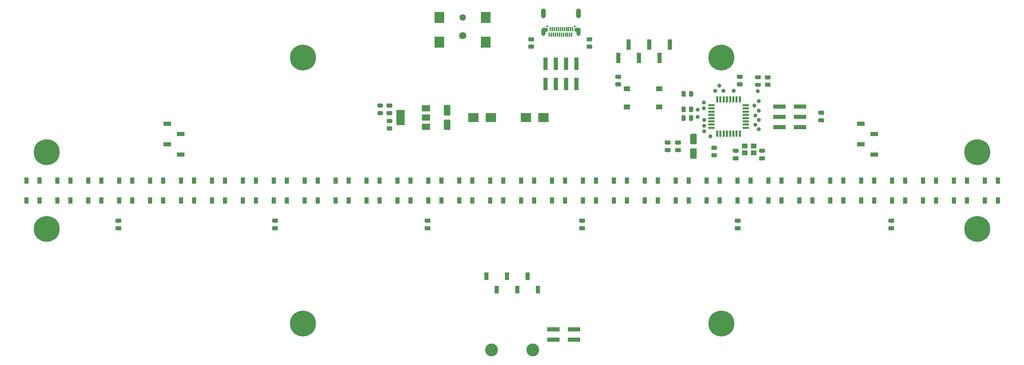
<source format=gbr>
%TF.GenerationSoftware,KiCad,Pcbnew,5.1.7-a382d34a8~87~ubuntu20.04.1*%
%TF.CreationDate,2020-11-03T23:07:43+05:30*%
%TF.ProjectId,halo,68616c6f-2e6b-4696-9361-645f70636258,v1*%
%TF.SameCoordinates,Original*%
%TF.FileFunction,Soldermask,Top*%
%TF.FilePolarity,Negative*%
%FSLAX46Y46*%
G04 Gerber Fmt 4.6, Leading zero omitted, Abs format (unit mm)*
G04 Created by KiCad (PCBNEW 5.1.7-a382d34a8~87~ubuntu20.04.1) date 2020-11-03 23:07:43*
%MOMM*%
%LPD*%
G01*
G04 APERTURE LIST*
%ADD10R,1.550000X1.300000*%
%ADD11R,2.000000X3.800000*%
%ADD12R,2.000000X1.500000*%
%ADD13C,0.500000*%
%ADD14R,0.300000X1.000000*%
%ADD15O,1.000000X2.000000*%
%ADD16O,1.200000X2.400000*%
%ADD17O,1.600000X1.000000*%
%ADD18R,1.000000X3.150000*%
%ADD19R,2.400000X2.800000*%
%ADD20C,1.600000*%
%ADD21C,1.800000*%
%ADD22C,3.175000*%
%ADD23R,1.016000X1.905000*%
%ADD24R,1.000000X1.500000*%
%ADD25C,1.000000*%
%ADD26R,1.900000X1.000000*%
%ADD27R,1.000000X2.510000*%
%ADD28R,3.150000X1.000000*%
%ADD29C,6.400000*%
%ADD30C,0.800000*%
%ADD31R,0.550000X1.600000*%
%ADD32R,1.600000X0.550000*%
%ADD33R,1.400000X1.200000*%
%ADD34R,2.500000X2.300000*%
G04 APERTURE END LIST*
%TO.C,C10*%
G36*
G01*
X216375000Y-82862000D02*
X215425000Y-82862000D01*
G75*
G02*
X215175000Y-82612000I0J250000D01*
G01*
X215175000Y-82112000D01*
G75*
G02*
X215425000Y-81862000I250000J0D01*
G01*
X216375000Y-81862000D01*
G75*
G02*
X216625000Y-82112000I0J-250000D01*
G01*
X216625000Y-82612000D01*
G75*
G02*
X216375000Y-82862000I-250000J0D01*
G01*
G37*
G36*
G01*
X216375000Y-84762000D02*
X215425000Y-84762000D01*
G75*
G02*
X215175000Y-84512000I0J250000D01*
G01*
X215175000Y-84012000D01*
G75*
G02*
X215425000Y-83762000I250000J0D01*
G01*
X216375000Y-83762000D01*
G75*
G02*
X216625000Y-84012000I0J-250000D01*
G01*
X216625000Y-84512000D01*
G75*
G02*
X216375000Y-84762000I-250000J0D01*
G01*
G37*
%TD*%
%TO.C,C1*%
G36*
G01*
X183854000Y-91178000D02*
X184954000Y-91178000D01*
G75*
G02*
X185204000Y-91428000I0J-250000D01*
G01*
X185204000Y-93528000D01*
G75*
G02*
X184954000Y-93778000I-250000J0D01*
G01*
X183854000Y-93778000D01*
G75*
G02*
X183604000Y-93528000I0J250000D01*
G01*
X183604000Y-91428000D01*
G75*
G02*
X183854000Y-91178000I250000J0D01*
G01*
G37*
G36*
G01*
X183854000Y-87578000D02*
X184954000Y-87578000D01*
G75*
G02*
X185204000Y-87828000I0J-250000D01*
G01*
X185204000Y-89928000D01*
G75*
G02*
X184954000Y-90178000I-250000J0D01*
G01*
X183854000Y-90178000D01*
G75*
G02*
X183604000Y-89928000I0J250000D01*
G01*
X183604000Y-87828000D01*
G75*
G02*
X183854000Y-87578000I250000J0D01*
G01*
G37*
%TD*%
D10*
%TO.C,SW1*%
X167983000Y-76490000D03*
X167983000Y-80990000D03*
X175933000Y-80990000D03*
X175933000Y-76490000D03*
%TD*%
D11*
%TO.C,U2*%
X112166000Y-83566000D03*
D12*
X118466000Y-83566000D03*
X118466000Y-81266000D03*
X118466000Y-85866000D03*
%TD*%
%TO.C,C6*%
G36*
G01*
X201770000Y-92260000D02*
X200820000Y-92260000D01*
G75*
G02*
X200570000Y-92010000I0J250000D01*
G01*
X200570000Y-91510000D01*
G75*
G02*
X200820000Y-91260000I250000J0D01*
G01*
X201770000Y-91260000D01*
G75*
G02*
X202020000Y-91510000I0J-250000D01*
G01*
X202020000Y-92010000D01*
G75*
G02*
X201770000Y-92260000I-250000J0D01*
G01*
G37*
G36*
G01*
X201770000Y-94160000D02*
X200820000Y-94160000D01*
G75*
G02*
X200570000Y-93910000I0J250000D01*
G01*
X200570000Y-93410000D01*
G75*
G02*
X200820000Y-93160000I250000J0D01*
G01*
X201770000Y-93160000D01*
G75*
G02*
X202020000Y-93410000I0J-250000D01*
G01*
X202020000Y-93910000D01*
G75*
G02*
X201770000Y-94160000I-250000J0D01*
G01*
G37*
%TD*%
D13*
%TO.C,J2*%
X148365000Y-61027000D03*
D14*
X154390000Y-63077000D03*
X153890000Y-63077000D03*
X153390000Y-63077000D03*
X152890000Y-63077000D03*
X152390000Y-63077000D03*
X151890000Y-63077000D03*
X151390000Y-63077000D03*
X150890000Y-63077000D03*
X150390000Y-63077000D03*
X149890000Y-63077000D03*
X149390000Y-63077000D03*
X148890000Y-63077000D03*
X149140000Y-61727000D03*
X149640000Y-61727000D03*
X150140000Y-61727000D03*
X150640000Y-61727000D03*
X151140000Y-61727000D03*
X151640000Y-61727000D03*
X152140000Y-61727000D03*
X152640000Y-61727000D03*
X153140000Y-61727000D03*
X153640000Y-61727000D03*
X154140000Y-61727000D03*
X154640000Y-61727000D03*
D13*
X155165000Y-61027000D03*
D15*
X156085000Y-62377000D03*
X147445000Y-62377000D03*
D16*
X147445000Y-57827000D03*
X156085000Y-57827000D03*
D17*
X147740000Y-61882000D03*
X155790000Y-61882000D03*
%TD*%
D18*
%TO.C,J1*%
X155575000Y-70246000D03*
X155575000Y-75296000D03*
X153035000Y-70246000D03*
X153035000Y-75296000D03*
X150495000Y-70246000D03*
X150495000Y-75296000D03*
X147955000Y-70246000D03*
X147955000Y-75296000D03*
%TD*%
D19*
%TO.C,J3*%
X133208000Y-64948000D03*
X133208000Y-58848000D03*
X121808000Y-58848000D03*
X121808000Y-64948000D03*
D20*
X127508000Y-58848000D03*
D21*
X127508000Y-63348000D03*
%TD*%
D22*
%TO.C,P5*%
X134620000Y-140970000D03*
X144780000Y-140970000D03*
D23*
X133350000Y-122809000D03*
X135890000Y-126111000D03*
X138430000Y-122809000D03*
X140970000Y-126111000D03*
X143510000Y-122809000D03*
X146050000Y-126111000D03*
%TD*%
D24*
%TO.C,D32*%
X256210000Y-104050000D03*
X259410000Y-104050000D03*
X256210000Y-99150000D03*
X259410000Y-99150000D03*
%TD*%
%TO.C,D31*%
X248590000Y-104050000D03*
X251790000Y-104050000D03*
X248590000Y-99150000D03*
X251790000Y-99150000D03*
%TD*%
%TO.C,C9*%
G36*
G01*
X165387000Y-74872000D02*
X166337000Y-74872000D01*
G75*
G02*
X166587000Y-75122000I0J-250000D01*
G01*
X166587000Y-75622000D01*
G75*
G02*
X166337000Y-75872000I-250000J0D01*
G01*
X165387000Y-75872000D01*
G75*
G02*
X165137000Y-75622000I0J250000D01*
G01*
X165137000Y-75122000D01*
G75*
G02*
X165387000Y-74872000I250000J0D01*
G01*
G37*
G36*
G01*
X165387000Y-72972000D02*
X166337000Y-72972000D01*
G75*
G02*
X166587000Y-73222000I0J-250000D01*
G01*
X166587000Y-73722000D01*
G75*
G02*
X166337000Y-73972000I-250000J0D01*
G01*
X165387000Y-73972000D01*
G75*
G02*
X165137000Y-73722000I0J250000D01*
G01*
X165137000Y-73222000D01*
G75*
G02*
X165387000Y-72972000I250000J0D01*
G01*
G37*
%TD*%
%TO.C,R1*%
G36*
G01*
X182480000Y-77273998D02*
X182480000Y-78174002D01*
G75*
G02*
X182230002Y-78424000I-249998J0D01*
G01*
X181704998Y-78424000D01*
G75*
G02*
X181455000Y-78174002I0J249998D01*
G01*
X181455000Y-77273998D01*
G75*
G02*
X181704998Y-77024000I249998J0D01*
G01*
X182230002Y-77024000D01*
G75*
G02*
X182480000Y-77273998I0J-249998D01*
G01*
G37*
G36*
G01*
X184305000Y-77273998D02*
X184305000Y-78174002D01*
G75*
G02*
X184055002Y-78424000I-249998J0D01*
G01*
X183529998Y-78424000D01*
G75*
G02*
X183280000Y-78174002I0J249998D01*
G01*
X183280000Y-77273998D01*
G75*
G02*
X183529998Y-77024000I249998J0D01*
G01*
X184055002Y-77024000D01*
G75*
G02*
X184305000Y-77273998I0J-249998D01*
G01*
G37*
%TD*%
D25*
%TO.C,B1*%
X185420000Y-81661000D03*
%TD*%
%TO.C,B2*%
X185420000Y-83439000D03*
%TD*%
%TO.C,B3*%
X190754000Y-75692000D03*
%TD*%
%TO.C,B4*%
X189738000Y-76962000D03*
%TD*%
%TO.C,B5*%
X186944000Y-79883000D03*
%TD*%
%TO.C,B6*%
X186944000Y-81280000D03*
%TD*%
%TO.C,B7*%
X194310000Y-76962000D03*
%TD*%
%TO.C,B8*%
X191770000Y-76962000D03*
%TD*%
%TO.C,B9*%
X187071000Y-84201000D03*
%TD*%
%TO.C,B10*%
X187071000Y-85598000D03*
%TD*%
%TO.C,B11*%
X187071000Y-86995000D03*
%TD*%
%TO.C,B12*%
X188595000Y-88265000D03*
%TD*%
%TO.C,B13*%
X199644000Y-85344000D03*
%TD*%
%TO.C,B14*%
X200533000Y-84201000D03*
%TD*%
%TO.C,B15*%
X199644000Y-83058000D03*
%TD*%
%TO.C,B16*%
X200533000Y-81915000D03*
%TD*%
%TO.C,B17*%
X199390000Y-80645000D03*
%TD*%
%TO.C,B18*%
X200533000Y-79502000D03*
%TD*%
%TO.C,B19*%
X200279000Y-77089000D03*
%TD*%
%TO.C,B20*%
X200533000Y-86487000D03*
%TD*%
%TO.C,C11*%
G36*
G01*
X43147000Y-109532000D02*
X42197000Y-109532000D01*
G75*
G02*
X41947000Y-109282000I0J250000D01*
G01*
X41947000Y-108782000D01*
G75*
G02*
X42197000Y-108532000I250000J0D01*
G01*
X43147000Y-108532000D01*
G75*
G02*
X43397000Y-108782000I0J-250000D01*
G01*
X43397000Y-109282000D01*
G75*
G02*
X43147000Y-109532000I-250000J0D01*
G01*
G37*
G36*
G01*
X43147000Y-111432000D02*
X42197000Y-111432000D01*
G75*
G02*
X41947000Y-111182000I0J250000D01*
G01*
X41947000Y-110682000D01*
G75*
G02*
X42197000Y-110432000I250000J0D01*
G01*
X43147000Y-110432000D01*
G75*
G02*
X43397000Y-110682000I0J-250000D01*
G01*
X43397000Y-111182000D01*
G75*
G02*
X43147000Y-111432000I-250000J0D01*
G01*
G37*
%TD*%
%TO.C,C12*%
G36*
G01*
X81755000Y-109532000D02*
X80805000Y-109532000D01*
G75*
G02*
X80555000Y-109282000I0J250000D01*
G01*
X80555000Y-108782000D01*
G75*
G02*
X80805000Y-108532000I250000J0D01*
G01*
X81755000Y-108532000D01*
G75*
G02*
X82005000Y-108782000I0J-250000D01*
G01*
X82005000Y-109282000D01*
G75*
G02*
X81755000Y-109532000I-250000J0D01*
G01*
G37*
G36*
G01*
X81755000Y-111432000D02*
X80805000Y-111432000D01*
G75*
G02*
X80555000Y-111182000I0J250000D01*
G01*
X80555000Y-110682000D01*
G75*
G02*
X80805000Y-110432000I250000J0D01*
G01*
X81755000Y-110432000D01*
G75*
G02*
X82005000Y-110682000I0J-250000D01*
G01*
X82005000Y-111182000D01*
G75*
G02*
X81755000Y-111432000I-250000J0D01*
G01*
G37*
%TD*%
%TO.C,C13*%
G36*
G01*
X119347000Y-109532000D02*
X118397000Y-109532000D01*
G75*
G02*
X118147000Y-109282000I0J250000D01*
G01*
X118147000Y-108782000D01*
G75*
G02*
X118397000Y-108532000I250000J0D01*
G01*
X119347000Y-108532000D01*
G75*
G02*
X119597000Y-108782000I0J-250000D01*
G01*
X119597000Y-109282000D01*
G75*
G02*
X119347000Y-109532000I-250000J0D01*
G01*
G37*
G36*
G01*
X119347000Y-111432000D02*
X118397000Y-111432000D01*
G75*
G02*
X118147000Y-111182000I0J250000D01*
G01*
X118147000Y-110682000D01*
G75*
G02*
X118397000Y-110432000I250000J0D01*
G01*
X119347000Y-110432000D01*
G75*
G02*
X119597000Y-110682000I0J-250000D01*
G01*
X119597000Y-111182000D01*
G75*
G02*
X119347000Y-111432000I-250000J0D01*
G01*
G37*
%TD*%
%TO.C,C14*%
G36*
G01*
X157447000Y-109532000D02*
X156497000Y-109532000D01*
G75*
G02*
X156247000Y-109282000I0J250000D01*
G01*
X156247000Y-108782000D01*
G75*
G02*
X156497000Y-108532000I250000J0D01*
G01*
X157447000Y-108532000D01*
G75*
G02*
X157697000Y-108782000I0J-250000D01*
G01*
X157697000Y-109282000D01*
G75*
G02*
X157447000Y-109532000I-250000J0D01*
G01*
G37*
G36*
G01*
X157447000Y-111432000D02*
X156497000Y-111432000D01*
G75*
G02*
X156247000Y-111182000I0J250000D01*
G01*
X156247000Y-110682000D01*
G75*
G02*
X156497000Y-110432000I250000J0D01*
G01*
X157447000Y-110432000D01*
G75*
G02*
X157697000Y-110682000I0J-250000D01*
G01*
X157697000Y-111182000D01*
G75*
G02*
X157447000Y-111432000I-250000J0D01*
G01*
G37*
%TD*%
%TO.C,C15*%
G36*
G01*
X195801000Y-109532000D02*
X194851000Y-109532000D01*
G75*
G02*
X194601000Y-109282000I0J250000D01*
G01*
X194601000Y-108782000D01*
G75*
G02*
X194851000Y-108532000I250000J0D01*
G01*
X195801000Y-108532000D01*
G75*
G02*
X196051000Y-108782000I0J-250000D01*
G01*
X196051000Y-109282000D01*
G75*
G02*
X195801000Y-109532000I-250000J0D01*
G01*
G37*
G36*
G01*
X195801000Y-111432000D02*
X194851000Y-111432000D01*
G75*
G02*
X194601000Y-111182000I0J250000D01*
G01*
X194601000Y-110682000D01*
G75*
G02*
X194851000Y-110432000I250000J0D01*
G01*
X195801000Y-110432000D01*
G75*
G02*
X196051000Y-110682000I0J-250000D01*
G01*
X196051000Y-111182000D01*
G75*
G02*
X195801000Y-111432000I-250000J0D01*
G01*
G37*
%TD*%
%TO.C,C16*%
G36*
G01*
X233647000Y-109532000D02*
X232697000Y-109532000D01*
G75*
G02*
X232447000Y-109282000I0J250000D01*
G01*
X232447000Y-108782000D01*
G75*
G02*
X232697000Y-108532000I250000J0D01*
G01*
X233647000Y-108532000D01*
G75*
G02*
X233897000Y-108782000I0J-250000D01*
G01*
X233897000Y-109282000D01*
G75*
G02*
X233647000Y-109532000I-250000J0D01*
G01*
G37*
G36*
G01*
X233647000Y-111432000D02*
X232697000Y-111432000D01*
G75*
G02*
X232447000Y-111182000I0J250000D01*
G01*
X232447000Y-110682000D01*
G75*
G02*
X232697000Y-110432000I250000J0D01*
G01*
X233647000Y-110432000D01*
G75*
G02*
X233897000Y-110682000I0J-250000D01*
G01*
X233897000Y-111182000D01*
G75*
G02*
X233647000Y-111432000I-250000J0D01*
G01*
G37*
%TD*%
%TO.C,C2*%
G36*
G01*
X196309000Y-73972000D02*
X195359000Y-73972000D01*
G75*
G02*
X195109000Y-73722000I0J250000D01*
G01*
X195109000Y-73222000D01*
G75*
G02*
X195359000Y-72972000I250000J0D01*
G01*
X196309000Y-72972000D01*
G75*
G02*
X196559000Y-73222000I0J-250000D01*
G01*
X196559000Y-73722000D01*
G75*
G02*
X196309000Y-73972000I-250000J0D01*
G01*
G37*
G36*
G01*
X196309000Y-75872000D02*
X195359000Y-75872000D01*
G75*
G02*
X195109000Y-75622000I0J250000D01*
G01*
X195109000Y-75122000D01*
G75*
G02*
X195359000Y-74872000I250000J0D01*
G01*
X196309000Y-74872000D01*
G75*
G02*
X196559000Y-75122000I0J-250000D01*
G01*
X196559000Y-75622000D01*
G75*
G02*
X196309000Y-75872000I-250000J0D01*
G01*
G37*
%TD*%
%TO.C,C3*%
G36*
G01*
X180119000Y-91128000D02*
X181069000Y-91128000D01*
G75*
G02*
X181319000Y-91378000I0J-250000D01*
G01*
X181319000Y-91878000D01*
G75*
G02*
X181069000Y-92128000I-250000J0D01*
G01*
X180119000Y-92128000D01*
G75*
G02*
X179869000Y-91878000I0J250000D01*
G01*
X179869000Y-91378000D01*
G75*
G02*
X180119000Y-91128000I250000J0D01*
G01*
G37*
G36*
G01*
X180119000Y-89228000D02*
X181069000Y-89228000D01*
G75*
G02*
X181319000Y-89478000I0J-250000D01*
G01*
X181319000Y-89978000D01*
G75*
G02*
X181069000Y-90228000I-250000J0D01*
G01*
X180119000Y-90228000D01*
G75*
G02*
X179869000Y-89978000I0J250000D01*
G01*
X179869000Y-89478000D01*
G75*
G02*
X180119000Y-89228000I250000J0D01*
G01*
G37*
%TD*%
%TO.C,C4*%
G36*
G01*
X177579000Y-91128000D02*
X178529000Y-91128000D01*
G75*
G02*
X178779000Y-91378000I0J-250000D01*
G01*
X178779000Y-91878000D01*
G75*
G02*
X178529000Y-92128000I-250000J0D01*
G01*
X177579000Y-92128000D01*
G75*
G02*
X177329000Y-91878000I0J250000D01*
G01*
X177329000Y-91378000D01*
G75*
G02*
X177579000Y-91128000I250000J0D01*
G01*
G37*
G36*
G01*
X177579000Y-89228000D02*
X178529000Y-89228000D01*
G75*
G02*
X178779000Y-89478000I0J-250000D01*
G01*
X178779000Y-89978000D01*
G75*
G02*
X178529000Y-90228000I-250000J0D01*
G01*
X177579000Y-90228000D01*
G75*
G02*
X177329000Y-89978000I0J250000D01*
G01*
X177329000Y-89478000D01*
G75*
G02*
X177579000Y-89228000I250000J0D01*
G01*
G37*
%TD*%
%TO.C,C5*%
G36*
G01*
X194343000Y-93160000D02*
X195293000Y-93160000D01*
G75*
G02*
X195543000Y-93410000I0J-250000D01*
G01*
X195543000Y-93910000D01*
G75*
G02*
X195293000Y-94160000I-250000J0D01*
G01*
X194343000Y-94160000D01*
G75*
G02*
X194093000Y-93910000I0J250000D01*
G01*
X194093000Y-93410000D01*
G75*
G02*
X194343000Y-93160000I250000J0D01*
G01*
G37*
G36*
G01*
X194343000Y-91260000D02*
X195293000Y-91260000D01*
G75*
G02*
X195543000Y-91510000I0J-250000D01*
G01*
X195543000Y-92010000D01*
G75*
G02*
X195293000Y-92260000I-250000J0D01*
G01*
X194343000Y-92260000D01*
G75*
G02*
X194093000Y-92010000I0J250000D01*
G01*
X194093000Y-91510000D01*
G75*
G02*
X194343000Y-91260000I250000J0D01*
G01*
G37*
%TD*%
%TO.C,C7*%
G36*
G01*
X123148000Y-84066000D02*
X124248000Y-84066000D01*
G75*
G02*
X124498000Y-84316000I0J-250000D01*
G01*
X124498000Y-86416000D01*
G75*
G02*
X124248000Y-86666000I-250000J0D01*
G01*
X123148000Y-86666000D01*
G75*
G02*
X122898000Y-86416000I0J250000D01*
G01*
X122898000Y-84316000D01*
G75*
G02*
X123148000Y-84066000I250000J0D01*
G01*
G37*
G36*
G01*
X123148000Y-80466000D02*
X124248000Y-80466000D01*
G75*
G02*
X124498000Y-80716000I0J-250000D01*
G01*
X124498000Y-82816000D01*
G75*
G02*
X124248000Y-83066000I-250000J0D01*
G01*
X123148000Y-83066000D01*
G75*
G02*
X122898000Y-82816000I0J250000D01*
G01*
X122898000Y-80716000D01*
G75*
G02*
X123148000Y-80466000I250000J0D01*
G01*
G37*
%TD*%
%TO.C,C8*%
G36*
G01*
X109949000Y-81084000D02*
X108999000Y-81084000D01*
G75*
G02*
X108749000Y-80834000I0J250000D01*
G01*
X108749000Y-80334000D01*
G75*
G02*
X108999000Y-80084000I250000J0D01*
G01*
X109949000Y-80084000D01*
G75*
G02*
X110199000Y-80334000I0J-250000D01*
G01*
X110199000Y-80834000D01*
G75*
G02*
X109949000Y-81084000I-250000J0D01*
G01*
G37*
G36*
G01*
X109949000Y-82984000D02*
X108999000Y-82984000D01*
G75*
G02*
X108749000Y-82734000I0J250000D01*
G01*
X108749000Y-82234000D01*
G75*
G02*
X108999000Y-81984000I250000J0D01*
G01*
X109949000Y-81984000D01*
G75*
G02*
X110199000Y-82234000I0J-250000D01*
G01*
X110199000Y-82734000D01*
G75*
G02*
X109949000Y-82984000I-250000J0D01*
G01*
G37*
%TD*%
D24*
%TO.C,D1*%
X19990000Y-104050000D03*
X23190000Y-104050000D03*
X19990000Y-99150000D03*
X23190000Y-99150000D03*
%TD*%
%TO.C,D2*%
X27610000Y-104050000D03*
X30810000Y-104050000D03*
X27610000Y-99150000D03*
X30810000Y-99150000D03*
%TD*%
%TO.C,D3*%
X35230000Y-104050000D03*
X38430000Y-104050000D03*
X35230000Y-99150000D03*
X38430000Y-99150000D03*
%TD*%
%TO.C,D4*%
X42850000Y-104050000D03*
X46050000Y-104050000D03*
X42850000Y-99150000D03*
X46050000Y-99150000D03*
%TD*%
%TO.C,D5*%
X50470000Y-104050000D03*
X53670000Y-104050000D03*
X50470000Y-99150000D03*
X53670000Y-99150000D03*
%TD*%
%TO.C,D6*%
X58090000Y-104050000D03*
X61290000Y-104050000D03*
X58090000Y-99150000D03*
X61290000Y-99150000D03*
%TD*%
%TO.C,D7*%
X65710000Y-104050000D03*
X68910000Y-104050000D03*
X65710000Y-99150000D03*
X68910000Y-99150000D03*
%TD*%
%TO.C,D8*%
X73330000Y-104050000D03*
X76530000Y-104050000D03*
X73330000Y-99150000D03*
X76530000Y-99150000D03*
%TD*%
%TO.C,D9*%
X80950000Y-104050000D03*
X84150000Y-104050000D03*
X80950000Y-99150000D03*
X84150000Y-99150000D03*
%TD*%
%TO.C,D10*%
X88570000Y-104050000D03*
X91770000Y-104050000D03*
X88570000Y-99150000D03*
X91770000Y-99150000D03*
%TD*%
%TO.C,D11*%
X96190000Y-104050000D03*
X99390000Y-104050000D03*
X96190000Y-99150000D03*
X99390000Y-99150000D03*
%TD*%
%TO.C,D12*%
X103810000Y-104050000D03*
X107010000Y-104050000D03*
X103810000Y-99150000D03*
X107010000Y-99150000D03*
%TD*%
%TO.C,D13*%
X111430000Y-104050000D03*
X114630000Y-104050000D03*
X111430000Y-99150000D03*
X114630000Y-99150000D03*
%TD*%
%TO.C,D14*%
X119050000Y-104050000D03*
X122250000Y-104050000D03*
X119050000Y-99150000D03*
X122250000Y-99150000D03*
%TD*%
%TO.C,D15*%
X126670000Y-104050000D03*
X129870000Y-104050000D03*
X126670000Y-99150000D03*
X129870000Y-99150000D03*
%TD*%
%TO.C,D16*%
X134290000Y-104050000D03*
X137490000Y-104050000D03*
X134290000Y-99150000D03*
X137490000Y-99150000D03*
%TD*%
%TO.C,D17*%
X141910000Y-104050000D03*
X145110000Y-104050000D03*
X141910000Y-99150000D03*
X145110000Y-99150000D03*
%TD*%
%TO.C,D18*%
X149530000Y-104050000D03*
X152730000Y-104050000D03*
X149530000Y-99150000D03*
X152730000Y-99150000D03*
%TD*%
%TO.C,D19*%
X157150000Y-104050000D03*
X160350000Y-104050000D03*
X157150000Y-99150000D03*
X160350000Y-99150000D03*
%TD*%
%TO.C,D20*%
X164770000Y-104050000D03*
X167970000Y-104050000D03*
X164770000Y-99150000D03*
X167970000Y-99150000D03*
%TD*%
%TO.C,D21*%
X172390000Y-104050000D03*
X175590000Y-104050000D03*
X172390000Y-99150000D03*
X175590000Y-99150000D03*
%TD*%
%TO.C,D22*%
X180010000Y-104050000D03*
X183210000Y-104050000D03*
X180010000Y-99150000D03*
X183210000Y-99150000D03*
%TD*%
%TO.C,D23*%
X187630000Y-104050000D03*
X190830000Y-104050000D03*
X187630000Y-99150000D03*
X190830000Y-99150000D03*
%TD*%
%TO.C,D24*%
X195250000Y-104050000D03*
X198450000Y-104050000D03*
X195250000Y-99150000D03*
X198450000Y-99150000D03*
%TD*%
%TO.C,D25*%
X202870000Y-104050000D03*
X206070000Y-104050000D03*
X202870000Y-99150000D03*
X206070000Y-99150000D03*
%TD*%
%TO.C,D26*%
X210490000Y-104050000D03*
X213690000Y-104050000D03*
X210490000Y-99150000D03*
X213690000Y-99150000D03*
%TD*%
%TO.C,D27*%
X218110000Y-104050000D03*
X221310000Y-104050000D03*
X218110000Y-99150000D03*
X221310000Y-99150000D03*
%TD*%
%TO.C,D28*%
X225730000Y-104050000D03*
X228930000Y-104050000D03*
X225730000Y-99150000D03*
X228930000Y-99150000D03*
%TD*%
%TO.C,D29*%
X233350000Y-104050000D03*
X236550000Y-104050000D03*
X233350000Y-99150000D03*
X236550000Y-99150000D03*
%TD*%
%TO.C,D30*%
X240970000Y-104050000D03*
X244170000Y-104050000D03*
X240970000Y-99150000D03*
X244170000Y-99150000D03*
%TD*%
%TO.C,D35*%
G36*
G01*
X106731750Y-80109000D02*
X107644250Y-80109000D01*
G75*
G02*
X107888000Y-80352750I0J-243750D01*
G01*
X107888000Y-80840250D01*
G75*
G02*
X107644250Y-81084000I-243750J0D01*
G01*
X106731750Y-81084000D01*
G75*
G02*
X106488000Y-80840250I0J243750D01*
G01*
X106488000Y-80352750D01*
G75*
G02*
X106731750Y-80109000I243750J0D01*
G01*
G37*
G36*
G01*
X106731750Y-81984000D02*
X107644250Y-81984000D01*
G75*
G02*
X107888000Y-82227750I0J-243750D01*
G01*
X107888000Y-82715250D01*
G75*
G02*
X107644250Y-82959000I-243750J0D01*
G01*
X106731750Y-82959000D01*
G75*
G02*
X106488000Y-82715250I0J243750D01*
G01*
X106488000Y-82227750D01*
G75*
G02*
X106731750Y-81984000I243750J0D01*
G01*
G37*
%TD*%
%TO.C,D36*%
G36*
G01*
X200735250Y-75974000D02*
X199822750Y-75974000D01*
G75*
G02*
X199579000Y-75730250I0J243750D01*
G01*
X199579000Y-75242750D01*
G75*
G02*
X199822750Y-74999000I243750J0D01*
G01*
X200735250Y-74999000D01*
G75*
G02*
X200979000Y-75242750I0J-243750D01*
G01*
X200979000Y-75730250D01*
G75*
G02*
X200735250Y-75974000I-243750J0D01*
G01*
G37*
G36*
G01*
X200735250Y-74099000D02*
X199822750Y-74099000D01*
G75*
G02*
X199579000Y-73855250I0J243750D01*
G01*
X199579000Y-73367750D01*
G75*
G02*
X199822750Y-73124000I243750J0D01*
G01*
X200735250Y-73124000D01*
G75*
G02*
X200979000Y-73367750I0J-243750D01*
G01*
X200979000Y-73855250D01*
G75*
G02*
X200735250Y-74099000I-243750J0D01*
G01*
G37*
%TD*%
D26*
%TO.C,P1*%
X58038000Y-92710000D03*
X58038000Y-87630000D03*
X54738000Y-90170000D03*
X54738000Y-85090000D03*
%TD*%
D27*
%TO.C,P2*%
X165862000Y-68838000D03*
X170942000Y-68838000D03*
X176022000Y-68838000D03*
X168402000Y-65528000D03*
X173482000Y-65528000D03*
X178562000Y-65528000D03*
%TD*%
D28*
%TO.C,P3*%
X205628000Y-80899000D03*
X210678000Y-80899000D03*
X205628000Y-83439000D03*
X210678000Y-83439000D03*
X205628000Y-85979000D03*
X210678000Y-85979000D03*
%TD*%
D26*
%TO.C,P4*%
X228980000Y-92710000D03*
X228980000Y-87630000D03*
X225680000Y-90170000D03*
X225680000Y-85090000D03*
%TD*%
%TO.C,R2*%
G36*
G01*
X183280000Y-81984002D02*
X183280000Y-81083998D01*
G75*
G02*
X183529998Y-80834000I249998J0D01*
G01*
X184055002Y-80834000D01*
G75*
G02*
X184305000Y-81083998I0J-249998D01*
G01*
X184305000Y-81984002D01*
G75*
G02*
X184055002Y-82234000I-249998J0D01*
G01*
X183529998Y-82234000D01*
G75*
G02*
X183280000Y-81984002I0J249998D01*
G01*
G37*
G36*
G01*
X181455000Y-81984002D02*
X181455000Y-81083998D01*
G75*
G02*
X181704998Y-80834000I249998J0D01*
G01*
X182230002Y-80834000D01*
G75*
G02*
X182480000Y-81083998I0J-249998D01*
G01*
X182480000Y-81984002D01*
G75*
G02*
X182230002Y-82234000I-249998J0D01*
G01*
X181704998Y-82234000D01*
G75*
G02*
X181455000Y-81984002I0J249998D01*
G01*
G37*
%TD*%
%TO.C,R3*%
G36*
G01*
X183280000Y-84143002D02*
X183280000Y-83242998D01*
G75*
G02*
X183529998Y-82993000I249998J0D01*
G01*
X184055002Y-82993000D01*
G75*
G02*
X184305000Y-83242998I0J-249998D01*
G01*
X184305000Y-84143002D01*
G75*
G02*
X184055002Y-84393000I-249998J0D01*
G01*
X183529998Y-84393000D01*
G75*
G02*
X183280000Y-84143002I0J249998D01*
G01*
G37*
G36*
G01*
X181455000Y-84143002D02*
X181455000Y-83242998D01*
G75*
G02*
X181704998Y-82993000I249998J0D01*
G01*
X182230002Y-82993000D01*
G75*
G02*
X182480000Y-83242998I0J-249998D01*
G01*
X182480000Y-84143002D01*
G75*
G02*
X182230002Y-84393000I-249998J0D01*
G01*
X181704998Y-84393000D01*
G75*
G02*
X181455000Y-84143002I0J249998D01*
G01*
G37*
%TD*%
%TO.C,R4*%
G36*
G01*
X189934002Y-91548000D02*
X189033998Y-91548000D01*
G75*
G02*
X188784000Y-91298002I0J249998D01*
G01*
X188784000Y-90772998D01*
G75*
G02*
X189033998Y-90523000I249998J0D01*
G01*
X189934002Y-90523000D01*
G75*
G02*
X190184000Y-90772998I0J-249998D01*
G01*
X190184000Y-91298002D01*
G75*
G02*
X189934002Y-91548000I-249998J0D01*
G01*
G37*
G36*
G01*
X189934002Y-93373000D02*
X189033998Y-93373000D01*
G75*
G02*
X188784000Y-93123002I0J249998D01*
G01*
X188784000Y-92597998D01*
G75*
G02*
X189033998Y-92348000I249998J0D01*
G01*
X189934002Y-92348000D01*
G75*
G02*
X190184000Y-92597998I0J-249998D01*
G01*
X190184000Y-93123002D01*
G75*
G02*
X189934002Y-93373000I-249998J0D01*
G01*
G37*
%TD*%
%TO.C,R5*%
G36*
G01*
X143948998Y-65551000D02*
X144849002Y-65551000D01*
G75*
G02*
X145099000Y-65800998I0J-249998D01*
G01*
X145099000Y-66326002D01*
G75*
G02*
X144849002Y-66576000I-249998J0D01*
G01*
X143948998Y-66576000D01*
G75*
G02*
X143699000Y-66326002I0J249998D01*
G01*
X143699000Y-65800998D01*
G75*
G02*
X143948998Y-65551000I249998J0D01*
G01*
G37*
G36*
G01*
X143948998Y-63726000D02*
X144849002Y-63726000D01*
G75*
G02*
X145099000Y-63975998I0J-249998D01*
G01*
X145099000Y-64501002D01*
G75*
G02*
X144849002Y-64751000I-249998J0D01*
G01*
X143948998Y-64751000D01*
G75*
G02*
X143699000Y-64501002I0J249998D01*
G01*
X143699000Y-63975998D01*
G75*
G02*
X143948998Y-63726000I249998J0D01*
G01*
G37*
%TD*%
%TO.C,R6*%
G36*
G01*
X159200002Y-64751000D02*
X158299998Y-64751000D01*
G75*
G02*
X158050000Y-64501002I0J249998D01*
G01*
X158050000Y-63975998D01*
G75*
G02*
X158299998Y-63726000I249998J0D01*
G01*
X159200002Y-63726000D01*
G75*
G02*
X159450000Y-63975998I0J-249998D01*
G01*
X159450000Y-64501002D01*
G75*
G02*
X159200002Y-64751000I-249998J0D01*
G01*
G37*
G36*
G01*
X159200002Y-66576000D02*
X158299998Y-66576000D01*
G75*
G02*
X158050000Y-66326002I0J249998D01*
G01*
X158050000Y-65800998D01*
G75*
G02*
X158299998Y-65551000I249998J0D01*
G01*
X159200002Y-65551000D01*
G75*
G02*
X159450000Y-65800998I0J-249998D01*
G01*
X159450000Y-66326002D01*
G75*
G02*
X159200002Y-66576000I-249998J0D01*
G01*
G37*
%TD*%
%TO.C,R7*%
G36*
G01*
X109023998Y-85744000D02*
X109924002Y-85744000D01*
G75*
G02*
X110174000Y-85993998I0J-249998D01*
G01*
X110174000Y-86519002D01*
G75*
G02*
X109924002Y-86769000I-249998J0D01*
G01*
X109023998Y-86769000D01*
G75*
G02*
X108774000Y-86519002I0J249998D01*
G01*
X108774000Y-85993998D01*
G75*
G02*
X109023998Y-85744000I249998J0D01*
G01*
G37*
G36*
G01*
X109023998Y-83919000D02*
X109924002Y-83919000D01*
G75*
G02*
X110174000Y-84168998I0J-249998D01*
G01*
X110174000Y-84694002D01*
G75*
G02*
X109924002Y-84944000I-249998J0D01*
G01*
X109023998Y-84944000D01*
G75*
G02*
X108774000Y-84694002I0J249998D01*
G01*
X108774000Y-84168998D01*
G75*
G02*
X109023998Y-83919000I249998J0D01*
G01*
G37*
%TD*%
%TO.C,R8*%
G36*
G01*
X203142002Y-74149000D02*
X202241998Y-74149000D01*
G75*
G02*
X201992000Y-73899002I0J249998D01*
G01*
X201992000Y-73373998D01*
G75*
G02*
X202241998Y-73124000I249998J0D01*
G01*
X203142002Y-73124000D01*
G75*
G02*
X203392000Y-73373998I0J-249998D01*
G01*
X203392000Y-73899002D01*
G75*
G02*
X203142002Y-74149000I-249998J0D01*
G01*
G37*
G36*
G01*
X203142002Y-75974000D02*
X202241998Y-75974000D01*
G75*
G02*
X201992000Y-75724002I0J249998D01*
G01*
X201992000Y-75198998D01*
G75*
G02*
X202241998Y-74949000I249998J0D01*
G01*
X203142002Y-74949000D01*
G75*
G02*
X203392000Y-75198998I0J-249998D01*
G01*
X203392000Y-75724002D01*
G75*
G02*
X203142002Y-75974000I-249998J0D01*
G01*
G37*
%TD*%
D29*
%TO.C,SC1*%
X25017000Y-92125000D03*
D30*
X27417000Y-92125000D03*
X26714056Y-93822056D03*
X25017000Y-94525000D03*
X23319944Y-93822056D03*
X22617000Y-92125000D03*
X23319944Y-90427944D03*
X25017000Y-89725000D03*
X26714056Y-90427944D03*
%TD*%
D29*
%TO.C,SC2*%
X88114000Y-68741000D03*
D30*
X90514000Y-68741000D03*
X89811056Y-70438056D03*
X88114000Y-71141000D03*
X86416944Y-70438056D03*
X85714000Y-68741000D03*
X86416944Y-67043944D03*
X88114000Y-66341000D03*
X89811056Y-67043944D03*
%TD*%
D29*
%TO.C,SC3*%
X191286000Y-68741000D03*
D30*
X193686000Y-68741000D03*
X192983056Y-70438056D03*
X191286000Y-71141000D03*
X189588944Y-70438056D03*
X188886000Y-68741000D03*
X189588944Y-67043944D03*
X191286000Y-66341000D03*
X192983056Y-67043944D03*
%TD*%
D29*
%TO.C,SC4*%
X254383000Y-92125000D03*
D30*
X256783000Y-92125000D03*
X256080056Y-93822056D03*
X254383000Y-94525000D03*
X252685944Y-93822056D03*
X251983000Y-92125000D03*
X252685944Y-90427944D03*
X254383000Y-89725000D03*
X256080056Y-90427944D03*
%TD*%
D29*
%TO.C,SC5*%
X254383000Y-111075000D03*
D30*
X256783000Y-111075000D03*
X256080056Y-112772056D03*
X254383000Y-113475000D03*
X252685944Y-112772056D03*
X251983000Y-111075000D03*
X252685944Y-109377944D03*
X254383000Y-108675000D03*
X256080056Y-109377944D03*
%TD*%
D29*
%TO.C,SC6*%
X191286000Y-134459000D03*
D30*
X193686000Y-134459000D03*
X192983056Y-136156056D03*
X191286000Y-136859000D03*
X189588944Y-136156056D03*
X188886000Y-134459000D03*
X189588944Y-132761944D03*
X191286000Y-132059000D03*
X192983056Y-132761944D03*
%TD*%
D29*
%TO.C,SC7*%
X88114000Y-134459000D03*
D30*
X90514000Y-134459000D03*
X89811056Y-136156056D03*
X88114000Y-136859000D03*
X86416944Y-136156056D03*
X85714000Y-134459000D03*
X86416944Y-132761944D03*
X88114000Y-132059000D03*
X89811056Y-132761944D03*
%TD*%
D29*
%TO.C,SC8*%
X25017000Y-111075000D03*
D30*
X27417000Y-111075000D03*
X26714056Y-112772056D03*
X25017000Y-113475000D03*
X23319944Y-112772056D03*
X22617000Y-111075000D03*
X23319944Y-109377944D03*
X25017000Y-108675000D03*
X26714056Y-109377944D03*
%TD*%
D31*
%TO.C,U1*%
X190240000Y-87562000D03*
X191040000Y-87562000D03*
X191840000Y-87562000D03*
X192640000Y-87562000D03*
X193440000Y-87562000D03*
X194240000Y-87562000D03*
X195040000Y-87562000D03*
X195840000Y-87562000D03*
D32*
X197290000Y-86112000D03*
X197290000Y-85312000D03*
X197290000Y-84512000D03*
X197290000Y-83712000D03*
X197290000Y-82912000D03*
X197290000Y-82112000D03*
X197290000Y-81312000D03*
X197290000Y-80512000D03*
D31*
X195840000Y-79062000D03*
X195040000Y-79062000D03*
X194240000Y-79062000D03*
X193440000Y-79062000D03*
X192640000Y-79062000D03*
X191840000Y-79062000D03*
X191040000Y-79062000D03*
X190240000Y-79062000D03*
D32*
X188790000Y-80512000D03*
X188790000Y-81312000D03*
X188790000Y-82112000D03*
X188790000Y-82912000D03*
X188790000Y-83712000D03*
X188790000Y-84512000D03*
X188790000Y-85312000D03*
X188790000Y-86112000D03*
%TD*%
D33*
%TO.C,X1*%
X197020000Y-92290000D03*
X199220000Y-92290000D03*
X199220000Y-90590000D03*
X197020000Y-90590000D03*
%TD*%
D28*
%TO.C,SW2*%
X149875000Y-135890000D03*
X154925000Y-135890000D03*
X149875000Y-138430000D03*
X154925000Y-138430000D03*
%TD*%
D34*
%TO.C,D33*%
X143138000Y-83566000D03*
X147438000Y-83566000D03*
%TD*%
%TO.C,D34*%
X130184000Y-83566000D03*
X134484000Y-83566000D03*
%TD*%
M02*

</source>
